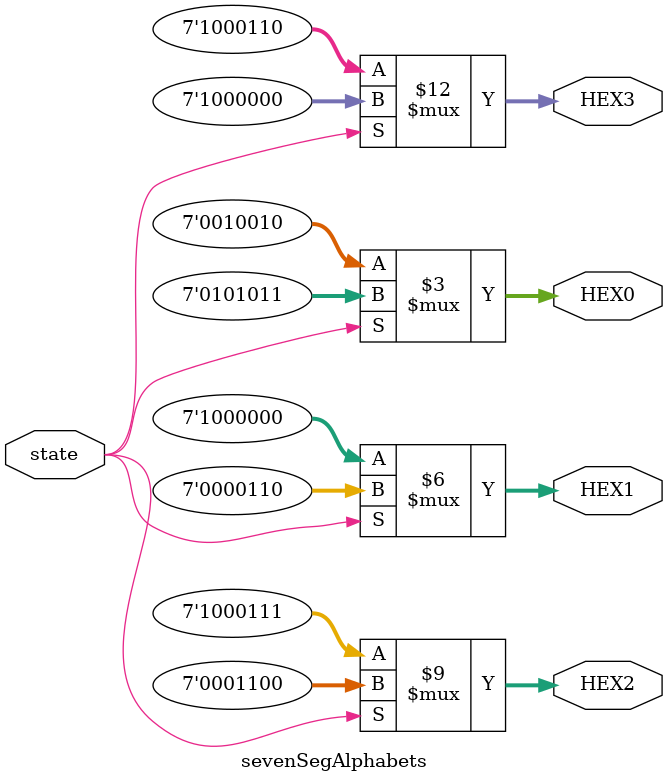
<source format=v>
module sevenSegAlphabets(
	input state,
	output reg [6:0] HEX0,
	output reg [6:0] HEX1,
	output reg [6:0] HEX2,
	output reg [6:0] HEX3
	);

	// 7'gfedcba
	// OPEN
	// CLOSE
	parameter O = 7'b1000000;
	parameter P = 7'b0001100;
	parameter E = 7'b0000110;
	parameter n = 7'b0101011;

	parameter C = 7'b1000110;
	parameter L = 7'b1000111;
	parameter S = 7'b0010010;

	always@(*) begin
		if (state) begin
			HEX3 = O;
			HEX2 = P;
			HEX1 = E;
			HEX0 = n;
		end else begin
			HEX3 = C;
			HEX2 = L;
			HEX1 = O;
			HEX0 = S;
		end
	end

endmodule

</source>
